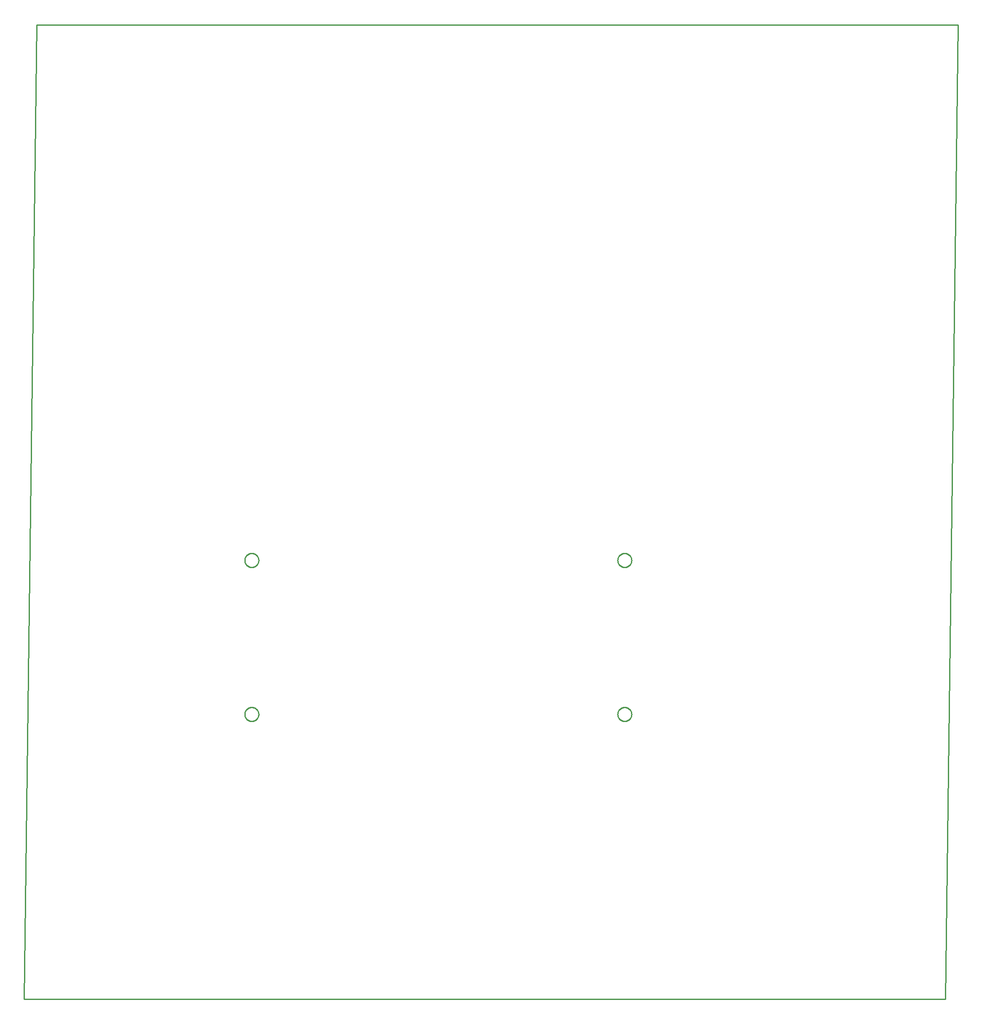
<source format=gbr>
G04 EAGLE Gerber RS-274X export*
G75*
%MOMM*%
%FSLAX34Y34*%
%LPD*%
%IN*%
%IPPOS*%
%AMOC8*
5,1,8,0,0,1.08239X$1,22.5*%
G01*
%ADD10C,0.254000*%


D10*
X-825500Y-1041400D02*
X1025400Y-1041400D01*
X1050800Y914300D01*
X-800100Y914300D01*
X-825500Y-1041400D01*
X367000Y-470400D02*
X367071Y-471398D01*
X367214Y-472387D01*
X367426Y-473365D01*
X367708Y-474324D01*
X368057Y-475261D01*
X368473Y-476171D01*
X368952Y-477048D01*
X369493Y-477890D01*
X370092Y-478690D01*
X370747Y-479446D01*
X371454Y-480153D01*
X372210Y-480808D01*
X373010Y-481407D01*
X373852Y-481948D01*
X374729Y-482427D01*
X375639Y-482843D01*
X376576Y-483192D01*
X377536Y-483474D01*
X378513Y-483686D01*
X379503Y-483829D01*
X380500Y-483900D01*
X381500Y-483900D01*
X382498Y-483829D01*
X383487Y-483686D01*
X384465Y-483474D01*
X385424Y-483192D01*
X386361Y-482843D01*
X387271Y-482427D01*
X388148Y-481948D01*
X388990Y-481407D01*
X389790Y-480808D01*
X390546Y-480153D01*
X391253Y-479446D01*
X391908Y-478690D01*
X392507Y-477890D01*
X393048Y-477048D01*
X393527Y-476171D01*
X393943Y-475261D01*
X394292Y-474324D01*
X394574Y-473365D01*
X394786Y-472387D01*
X394929Y-471398D01*
X395000Y-470400D01*
X395000Y-469400D01*
X394929Y-468403D01*
X394786Y-467413D01*
X394574Y-466436D01*
X394292Y-465476D01*
X393943Y-464539D01*
X393527Y-463629D01*
X393048Y-462752D01*
X392507Y-461910D01*
X391908Y-461110D01*
X391253Y-460354D01*
X390546Y-459647D01*
X389790Y-458992D01*
X388990Y-458393D01*
X388148Y-457852D01*
X387271Y-457373D01*
X386361Y-456957D01*
X385424Y-456608D01*
X384465Y-456326D01*
X383487Y-456114D01*
X382498Y-455971D01*
X381500Y-455900D01*
X380500Y-455900D01*
X379503Y-455971D01*
X378513Y-456114D01*
X377536Y-456326D01*
X376576Y-456608D01*
X375639Y-456957D01*
X374729Y-457373D01*
X373852Y-457852D01*
X373010Y-458393D01*
X372210Y-458992D01*
X371454Y-459647D01*
X370747Y-460354D01*
X370092Y-461110D01*
X369493Y-461910D01*
X368952Y-462752D01*
X368473Y-463629D01*
X368057Y-464539D01*
X367708Y-465476D01*
X367426Y-466436D01*
X367214Y-467413D01*
X367071Y-468403D01*
X367000Y-469400D01*
X367000Y-470400D01*
X367000Y-161200D02*
X367071Y-162198D01*
X367214Y-163187D01*
X367426Y-164165D01*
X367708Y-165124D01*
X368057Y-166061D01*
X368473Y-166971D01*
X368952Y-167848D01*
X369493Y-168690D01*
X370092Y-169490D01*
X370747Y-170246D01*
X371454Y-170953D01*
X372210Y-171608D01*
X373010Y-172207D01*
X373852Y-172748D01*
X374729Y-173227D01*
X375639Y-173643D01*
X376576Y-173992D01*
X377536Y-174274D01*
X378513Y-174486D01*
X379503Y-174629D01*
X380500Y-174700D01*
X381500Y-174700D01*
X382498Y-174629D01*
X383487Y-174486D01*
X384465Y-174274D01*
X385424Y-173992D01*
X386361Y-173643D01*
X387271Y-173227D01*
X388148Y-172748D01*
X388990Y-172207D01*
X389790Y-171608D01*
X390546Y-170953D01*
X391253Y-170246D01*
X391908Y-169490D01*
X392507Y-168690D01*
X393048Y-167848D01*
X393527Y-166971D01*
X393943Y-166061D01*
X394292Y-165124D01*
X394574Y-164165D01*
X394786Y-163187D01*
X394929Y-162198D01*
X395000Y-161200D01*
X395000Y-160200D01*
X394929Y-159203D01*
X394786Y-158213D01*
X394574Y-157236D01*
X394292Y-156276D01*
X393943Y-155339D01*
X393527Y-154429D01*
X393048Y-153552D01*
X392507Y-152710D01*
X391908Y-151910D01*
X391253Y-151154D01*
X390546Y-150447D01*
X389790Y-149792D01*
X388990Y-149193D01*
X388148Y-148652D01*
X387271Y-148173D01*
X386361Y-147757D01*
X385424Y-147408D01*
X384465Y-147126D01*
X383487Y-146914D01*
X382498Y-146771D01*
X381500Y-146700D01*
X380500Y-146700D01*
X379503Y-146771D01*
X378513Y-146914D01*
X377536Y-147126D01*
X376576Y-147408D01*
X375639Y-147757D01*
X374729Y-148173D01*
X373852Y-148652D01*
X373010Y-149193D01*
X372210Y-149792D01*
X371454Y-150447D01*
X370747Y-151154D01*
X370092Y-151910D01*
X369493Y-152710D01*
X368952Y-153552D01*
X368473Y-154429D01*
X368057Y-155339D01*
X367708Y-156276D01*
X367426Y-157236D01*
X367214Y-158213D01*
X367071Y-159203D01*
X367000Y-160200D01*
X367000Y-161200D01*
X-382200Y-161200D02*
X-382129Y-162198D01*
X-381986Y-163187D01*
X-381774Y-164165D01*
X-381492Y-165124D01*
X-381143Y-166061D01*
X-380727Y-166971D01*
X-380248Y-167848D01*
X-379707Y-168690D01*
X-379108Y-169490D01*
X-378453Y-170246D01*
X-377746Y-170953D01*
X-376990Y-171608D01*
X-376190Y-172207D01*
X-375348Y-172748D01*
X-374471Y-173227D01*
X-373561Y-173643D01*
X-372624Y-173992D01*
X-371665Y-174274D01*
X-370687Y-174486D01*
X-369698Y-174629D01*
X-368700Y-174700D01*
X-367700Y-174700D01*
X-366703Y-174629D01*
X-365713Y-174486D01*
X-364736Y-174274D01*
X-363776Y-173992D01*
X-362839Y-173643D01*
X-361929Y-173227D01*
X-361052Y-172748D01*
X-360210Y-172207D01*
X-359410Y-171608D01*
X-358654Y-170953D01*
X-357947Y-170246D01*
X-357292Y-169490D01*
X-356693Y-168690D01*
X-356152Y-167848D01*
X-355673Y-166971D01*
X-355257Y-166061D01*
X-354908Y-165124D01*
X-354626Y-164165D01*
X-354414Y-163187D01*
X-354271Y-162198D01*
X-354200Y-161200D01*
X-354200Y-160200D01*
X-354271Y-159203D01*
X-354414Y-158213D01*
X-354626Y-157236D01*
X-354908Y-156276D01*
X-355257Y-155339D01*
X-355673Y-154429D01*
X-356152Y-153552D01*
X-356693Y-152710D01*
X-357292Y-151910D01*
X-357947Y-151154D01*
X-358654Y-150447D01*
X-359410Y-149792D01*
X-360210Y-149193D01*
X-361052Y-148652D01*
X-361929Y-148173D01*
X-362839Y-147757D01*
X-363776Y-147408D01*
X-364736Y-147126D01*
X-365713Y-146914D01*
X-366703Y-146771D01*
X-367700Y-146700D01*
X-368700Y-146700D01*
X-369698Y-146771D01*
X-370687Y-146914D01*
X-371665Y-147126D01*
X-372624Y-147408D01*
X-373561Y-147757D01*
X-374471Y-148173D01*
X-375348Y-148652D01*
X-376190Y-149193D01*
X-376990Y-149792D01*
X-377746Y-150447D01*
X-378453Y-151154D01*
X-379108Y-151910D01*
X-379707Y-152710D01*
X-380248Y-153552D01*
X-380727Y-154429D01*
X-381143Y-155339D01*
X-381492Y-156276D01*
X-381774Y-157236D01*
X-381986Y-158213D01*
X-382129Y-159203D01*
X-382200Y-160200D01*
X-382200Y-161200D01*
X-382200Y-470400D02*
X-382129Y-471398D01*
X-381986Y-472387D01*
X-381774Y-473365D01*
X-381492Y-474324D01*
X-381143Y-475261D01*
X-380727Y-476171D01*
X-380248Y-477048D01*
X-379707Y-477890D01*
X-379108Y-478690D01*
X-378453Y-479446D01*
X-377746Y-480153D01*
X-376990Y-480808D01*
X-376190Y-481407D01*
X-375348Y-481948D01*
X-374471Y-482427D01*
X-373561Y-482843D01*
X-372624Y-483192D01*
X-371665Y-483474D01*
X-370687Y-483686D01*
X-369698Y-483829D01*
X-368700Y-483900D01*
X-367700Y-483900D01*
X-366703Y-483829D01*
X-365713Y-483686D01*
X-364736Y-483474D01*
X-363776Y-483192D01*
X-362839Y-482843D01*
X-361929Y-482427D01*
X-361052Y-481948D01*
X-360210Y-481407D01*
X-359410Y-480808D01*
X-358654Y-480153D01*
X-357947Y-479446D01*
X-357292Y-478690D01*
X-356693Y-477890D01*
X-356152Y-477048D01*
X-355673Y-476171D01*
X-355257Y-475261D01*
X-354908Y-474324D01*
X-354626Y-473365D01*
X-354414Y-472387D01*
X-354271Y-471398D01*
X-354200Y-470400D01*
X-354200Y-469400D01*
X-354271Y-468403D01*
X-354414Y-467413D01*
X-354626Y-466436D01*
X-354908Y-465476D01*
X-355257Y-464539D01*
X-355673Y-463629D01*
X-356152Y-462752D01*
X-356693Y-461910D01*
X-357292Y-461110D01*
X-357947Y-460354D01*
X-358654Y-459647D01*
X-359410Y-458992D01*
X-360210Y-458393D01*
X-361052Y-457852D01*
X-361929Y-457373D01*
X-362839Y-456957D01*
X-363776Y-456608D01*
X-364736Y-456326D01*
X-365713Y-456114D01*
X-366703Y-455971D01*
X-367700Y-455900D01*
X-368700Y-455900D01*
X-369698Y-455971D01*
X-370687Y-456114D01*
X-371665Y-456326D01*
X-372624Y-456608D01*
X-373561Y-456957D01*
X-374471Y-457373D01*
X-375348Y-457852D01*
X-376190Y-458393D01*
X-376990Y-458992D01*
X-377746Y-459647D01*
X-378453Y-460354D01*
X-379108Y-461110D01*
X-379707Y-461910D01*
X-380248Y-462752D01*
X-380727Y-463629D01*
X-381143Y-464539D01*
X-381492Y-465476D01*
X-381774Y-466436D01*
X-381986Y-467413D01*
X-382129Y-468403D01*
X-382200Y-469400D01*
X-382200Y-470400D01*
M02*

</source>
